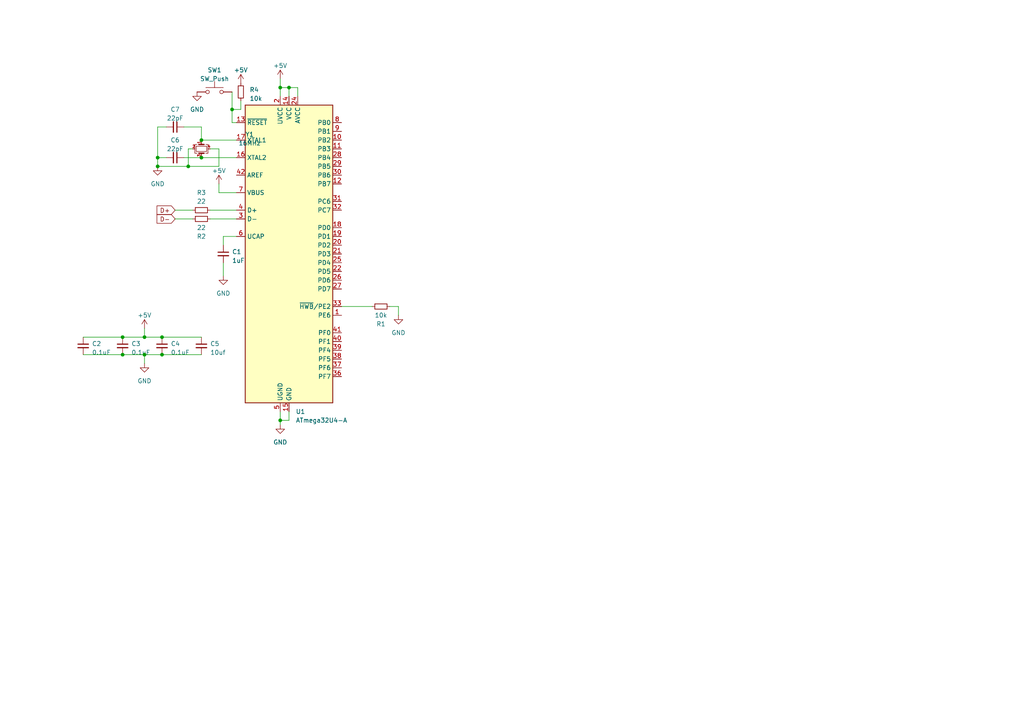
<source format=kicad_sch>
(kicad_sch (version 20230121) (generator eeschema)
  (paper "A4")
  (lib_symbols
    (symbol "Device:C_Small" (pin_numbers hide) (pin_names (offset 0.254) hide)
      (property "Reference" "C" (at 0.254 1.778 0))
      (property "Value" "C_Small" (at 0.254 -2.032 0))
      (symbol "C_Small_0_1"
        (polyline (pts (xy -1.524 -0.508) (xy 1.524 -0.508)) (stroke (width 0.3302)))
        (polyline (pts (xy -1.524 0.508) (xy 1.524 0.508)) (stroke (width 0.3048)))
      )
      (symbol "C_Small_1_1"
        (pin passive line (at 0 2.54 270) (length 2.032) (name "~") (number "1"))
        (pin passive line (at 0 -2.54 90) (length 2.032) (name "~") (number "2"))
      )
    )
    (symbol "Device:Crystal_GND24_Small" (pin_names (offset 1.016) hide)
      (property "Reference" "Y" (at 1.27 4.445 0))
      (property "Value" "Crystal_GND24_Small" (at 1.27 2.54 0))
      (symbol "Crystal_GND24_Small_0_1"
        (rectangle (start -0.762 -1.524) (end 0.762 1.524))
        (polyline (pts (xy -1.27 -0.762) (xy -1.27 0.762)) (stroke (width 0.381)))
        (polyline (pts (xy 1.27 -0.762) (xy 1.27 0.762)) (stroke (width 0.381)))
        (polyline (pts (xy -1.27 -1.27) (xy -1.27 -1.905) (xy 1.27 -1.905) (xy 1.27 -1.27)))
        (polyline (pts (xy -1.27 1.27) (xy -1.27 1.905) (xy 1.27 1.905) (xy 1.27 1.27)))
      )
      (symbol "Crystal_GND24_Small_1_1"
        (pin passive line (at -2.54 0 0) (length 1.27) (name "1") (number "1"))
        (pin passive line (at 0 -2.54 90) (length 0.635) (name "2") (number "2"))
        (pin passive line (at 2.54 0 180) (length 1.27) (name "3") (number "3"))
        (pin passive line (at 0 2.54 270) (length 0.635) (name "4") (number "4"))
      )
    )
    (symbol "Device:R_Small" (pin_numbers hide) (pin_names (offset 0.254) hide)
      (property "Reference" "R" (at 0.762 0.508 0))
      (property "Value" "R_Small" (at 0.762 -1.016 0))
      (symbol "R_Small_0_1"
        (rectangle (start -0.762 1.778) (end 0.762 -1.778) (stroke (width 0.2032)))
      )
      (symbol "R_Small_1_1"
        (pin passive line (at 0 2.54 270) (length 0.762) (name "~") (number "1"))
        (pin passive line (at 0 -2.54 90) (length 0.762) (name "~") (number "2"))
      )
    )
    (symbol "MCU_Microchip_ATmega:ATmega32U4-A"
      (property "Reference" "U" (at -12.7 44.45 0))
      (property "Value" "ATmega32U4-A" (at 2.54 -44.45 0))
      (symbol "ATmega32U4-A_0_1"
        (rectangle (start -12.7 -43.18) (end 12.7 43.18) (stroke (width 0.254)) (fill (type background)))
      )
      (symbol "ATmega32U4-A_1_1"
        (pin bidirectional line (at 15.24 -17.78 180) (length 2.54) (name "PE6") (number "1"))
        (pin bidirectional line (at 15.24 33.02 180) (length 2.54) (name "PB2") (number "10"))
        (pin bidirectional line (at 15.24 30.48 180) (length 2.54) (name "PB3") (number "11"))
        (pin bidirectional line (at 15.24 20.32 180) (length 2.54) (name "PB7") (number "12"))
        (pin input line (at -15.24 38.1 0) (length 2.54) (name "~{RESET}") (number "13"))
        (pin power_in line (at 0 45.72 270) (length 2.54) (name "VCC") (number "14"))
        (pin power_in line (at 0 -45.72 90) (length 2.54) (name "GND") (number "15"))
        (pin output line (at -15.24 27.94 0) (length 2.54) (name "XTAL2") (number "16"))
        (pin input line (at -15.24 33.02 0) (length 2.54) (name "XTAL1") (number "17"))
        (pin bidirectional line (at 15.24 7.62 180) (length 2.54) (name "PD0") (number "18"))
        (pin bidirectional line (at 15.24 5.08 180) (length 2.54) (name "PD1") (number "19"))
        (pin power_in line (at -2.54 45.72 270) (length 2.54) (name "UVCC") (number "2"))
        (pin bidirectional line (at 15.24 2.54 180) (length 2.54) (name "PD2") (number "20"))
        (pin bidirectional line (at 15.24 0 180) (length 2.54) (name "PD3") (number "21"))
        (pin bidirectional line (at 15.24 -5.08 180) (length 2.54) (name "PD5") (number "22"))
        (pin passive line (at 0 -45.72 90) (length 2.54) hide (name "GND") (number "23"))
        (pin power_in line (at 2.54 45.72 270) (length 2.54) (name "AVCC") (number "24"))
        (pin bidirectional line (at 15.24 -2.54 180) (length 2.54) (name "PD4") (number "25"))
        (pin bidirectional line (at 15.24 -7.62 180) (length 2.54) (name "PD6") (number "26"))
        (pin bidirectional line (at 15.24 -10.16 180) (length 2.54) (name "PD7") (number "27"))
        (pin bidirectional line (at 15.24 27.94 180) (length 2.54) (name "PB4") (number "28"))
        (pin bidirectional line (at 15.24 25.4 180) (length 2.54) (name "PB5") (number "29"))
        (pin bidirectional line (at -15.24 10.16 0) (length 2.54) (name "D-") (number "3"))
        (pin bidirectional line (at 15.24 22.86 180) (length 2.54) (name "PB6") (number "30"))
        (pin bidirectional line (at 15.24 15.24 180) (length 2.54) (name "PC6") (number "31"))
        (pin bidirectional line (at 15.24 12.7 180) (length 2.54) (name "PC7") (number "32"))
        (pin bidirectional line (at 15.24 -15.24 180) (length 2.54) (name "~{HWB}/PE2") (number "33"))
        (pin passive line (at 0 45.72 270) (length 2.54) hide (name "VCC") (number "34"))
        (pin passive line (at 0 -45.72 90) (length 2.54) hide (name "GND") (number "35"))
        (pin bidirectional line (at 15.24 -35.56 180) (length 2.54) (name "PF7") (number "36"))
        (pin bidirectional line (at 15.24 -33.02 180) (length 2.54) (name "PF6") (number "37"))
        (pin bidirectional line (at 15.24 -30.48 180) (length 2.54) (name "PF5") (number "38"))
        (pin bidirectional line (at 15.24 -27.94 180) (length 2.54) (name "PF4") (number "39"))
        (pin bidirectional line (at -15.24 12.7 0) (length 2.54) (name "D+") (number "4"))
        (pin bidirectional line (at 15.24 -25.4 180) (length 2.54) (name "PF1") (number "40"))
        (pin bidirectional line (at 15.24 -22.86 180) (length 2.54) (name "PF0") (number "41"))
        (pin passive line (at -15.24 22.86 0) (length 2.54) (name "AREF") (number "42"))
        (pin passive line (at 0 -45.72 90) (length 2.54) hide (name "GND") (number "43"))
        (pin passive line (at 2.54 45.72 270) (length 2.54) hide (name "AVCC") (number "44"))
        (pin passive line (at -2.54 -45.72 90) (length 2.54) (name "UGND") (number "5"))
        (pin passive line (at -15.24 5.08 0) (length 2.54) (name "UCAP") (number "6"))
        (pin input line (at -15.24 17.78 0) (length 2.54) (name "VBUS") (number "7"))
        (pin bidirectional line (at 15.24 38.1 180) (length 2.54) (name "PB0") (number "8"))
        (pin bidirectional line (at 15.24 35.56 180) (length 2.54) (name "PB1") (number "9"))
      )
    )
    (symbol "Switch:SW_Push" (pin_numbers hide) (pin_names (offset 1.016) hide)
      (property "Reference" "SW" (at 1.27 2.54 0))
      (property "Value" "SW_Push" (at 0 -1.524 0))
      (symbol "SW_Push_0_1"
        (circle (center -2.032 0) (radius 0.508))
        (polyline (pts (xy 0 1.27) (xy 0 3.048)))
        (polyline (pts (xy 2.54 1.27) (xy -2.54 1.27)))
        (circle (center 2.032 0) (radius 0.508))
        (pin passive line (at -5.08 0 0) (length 2.54) (name "1") (number "1"))
        (pin passive line (at 5.08 0 180) (length 2.54) (name "2") (number "2"))
      )
    )
    (symbol "power:+5V" (power) (pin_names (offset 0))
      (property "Value" "+5V" (at 0 3.556 0))
      (symbol "+5V_0_1"
        (polyline (pts (xy -0.762 1.27) (xy 0 2.54)))
        (polyline (pts (xy 0 0) (xy 0 2.54)))
        (polyline (pts (xy 0 2.54) (xy 0.762 1.27)))
      )
      (symbol "+5V_1_1"
        (pin power_in line (at 0 0 90) (length 0) hide (name "+5V") (number "1"))
      )
    )
    (symbol "power:GND" (power) (pin_names (offset 0))
      (property "Value" "GND" (at 0 -3.81 0))
      (symbol "GND_0_1"
        (polyline (pts (xy 0 0) (xy 0 -1.27) (xy 1.27 -1.27) (xy 0 -2.54) (xy -1.27 -1.27) (xy 0 -1.27)))
      )
      (symbol "GND_1_1"
        (pin power_in line (at 0 0 270) (length 0) hide (name "GND") (number "1"))
      )
    )
  )
  (junction (at 45.72 48.26))
  (junction (at 41.91 97.79))
  (junction (at 58.42 40.64))
  (junction (at 46.99 97.79))
  (junction (at 45.72 45.72))
  (junction (at 35.56 102.87))
  (junction (at 46.99 102.87))
  (junction (at 81.28 25.4))
  (junction (at 54.61 48.26))
  (junction (at 41.91 102.87))
  (junction (at 35.56 97.79))
  (junction (at 81.28 121.92))
  (junction (at 83.82 25.4))
  (junction (at 58.42 45.72))
  (junction (at 67.31 31.75))
  (wire (pts (xy 24.13 102.87) (xy 35.56 102.87)))
  (wire (pts (xy 54.61 48.26) (xy 45.72 48.26)))
  (wire (pts (xy 58.42 40.64) (xy 68.58 40.64)))
  (wire (pts (xy 63.5 53.34) (xy 63.5 55.88)))
  (wire (pts (xy 50.8 63.5) (xy 55.88 63.5)))
  (wire (pts (xy 60.96 43.18) (xy 63.5 43.18)))
  (wire (pts (xy 41.91 102.87) (xy 46.99 102.87)))
  (wire (pts (xy 81.28 22.86) (xy 81.28 25.4)))
  (wire (pts (xy 53.34 36.83) (xy 58.42 36.83)))
  (wire (pts (xy 64.77 71.12) (xy 64.77 68.58)))
  (wire (pts (xy 58.42 45.72) (xy 68.58 45.72)))
  (wire (pts (xy 54.61 48.26) (xy 63.5 48.26)))
  (wire (pts (xy 64.77 68.58) (xy 68.58 68.58)))
  (wire (pts (xy 35.56 102.87) (xy 41.91 102.87)))
  (wire (pts (xy 83.82 119.38) (xy 83.82 121.92)))
  (wire (pts (xy 45.72 45.72) (xy 48.26 45.72)))
  (wire (pts (xy 24.13 97.79) (xy 35.56 97.79)))
  (wire (pts (xy 48.26 36.83) (xy 45.72 36.83)))
  (wire (pts (xy 63.5 55.88) (xy 68.58 55.88)))
  (wire (pts (xy 83.82 25.4) (xy 83.82 27.94)))
  (wire (pts (xy 81.28 119.38) (xy 81.28 121.92)))
  (wire (pts (xy 83.82 25.4) (xy 86.36 25.4)))
  (wire (pts (xy 41.91 97.79) (xy 46.99 97.79)))
  (wire (pts (xy 46.99 97.79) (xy 58.42 97.79)))
  (wire (pts (xy 46.99 102.87) (xy 58.42 102.87)))
  (wire (pts (xy 63.5 43.18) (xy 63.5 48.26)))
  (wire (pts (xy 67.31 35.56) (xy 68.58 35.56)))
  (wire (pts (xy 81.28 121.92) (xy 83.82 121.92)))
  (wire (pts (xy 115.57 88.9) (xy 115.57 91.44)))
  (wire (pts (xy 99.06 88.9) (xy 107.95 88.9)))
  (wire (pts (xy 69.85 31.75) (xy 67.31 31.75)))
  (wire (pts (xy 67.31 31.75) (xy 67.31 35.56)))
  (wire (pts (xy 69.85 29.21) (xy 69.85 31.75)))
  (wire (pts (xy 55.88 60.96) (xy 50.8 60.96)))
  (wire (pts (xy 86.36 27.94) (xy 86.36 25.4)))
  (wire (pts (xy 55.88 43.18) (xy 54.61 43.18)))
  (wire (pts (xy 41.91 95.25) (xy 41.91 97.79)))
  (wire (pts (xy 81.28 25.4) (xy 83.82 25.4)))
  (wire (pts (xy 41.91 102.87) (xy 41.91 105.41)))
  (wire (pts (xy 45.72 48.26) (xy 45.72 45.72)))
  (wire (pts (xy 45.72 36.83) (xy 45.72 45.72)))
  (wire (pts (xy 113.03 88.9) (xy 115.57 88.9)))
  (wire (pts (xy 81.28 121.92) (xy 81.28 123.19)))
  (wire (pts (xy 81.28 25.4) (xy 81.28 27.94)))
  (wire (pts (xy 67.31 26.67) (xy 67.31 31.75)))
  (wire (pts (xy 60.96 60.96) (xy 68.58 60.96)))
  (wire (pts (xy 58.42 36.83) (xy 58.42 40.64)))
  (wire (pts (xy 64.77 76.2) (xy 64.77 80.01)))
  (wire (pts (xy 54.61 43.18) (xy 54.61 48.26)))
  (wire (pts (xy 60.96 63.5) (xy 68.58 63.5)))
  (wire (pts (xy 53.34 45.72) (xy 58.42 45.72)))
  (wire (pts (xy 35.56 97.79) (xy 41.91 97.79)))
  (global_label "D+" (shape input) (at 50.8 60.96 180) (property "Intersheetrefs" "${INTERSHEET_REFS}" (effects hide)))
  (global_label "D-" (shape input) (at 50.8 63.5 180) (property "Intersheetrefs" "${INTERSHEET_REFS}" (effects hide)))
  (symbol (lib_id "power:GND") (at 45.72 48.26 0) (unit 1)
    (property "Reference" "#PWR08" (effects hide))
    (property "Value" "GND" (at 45.72 53.34 0))
  )
  (symbol (lib_id "power:+5V") (at 69.85 24.13 0) (unit 1)
    (property "Reference" "#PWR010" (effects hide))
    (property "Value" "+5V" (at 69.85 20.32 0))
  )
  (symbol (lib_id "power:+5V") (at 63.5 53.34 0) (unit 1)
    (property "Reference" "#PWR07" (effects hide))
    (property "Value" "+5V" (at 63.5 49.53 0))
  )
  (symbol (lib_id "power:+5V") (at 81.28 22.86 0) (unit 1)
    (property "Reference" "#PWR01" (effects hide))
    (property "Value" "+5V" (at 81.28 19.05 0))
  )
  (symbol (lib_id "Device:R_Small") (at 58.42 63.5 90) (unit 1)
    (property "Reference" "R2" (at 58.42 68.58 90))
    (property "Value" "22" (at 58.42 66.04 90))
  )
  (symbol (lib_id "Device:R_Small") (at 69.85 26.67 0) (unit 1)
    (property "Reference" "R4" (at 72.39 26.035 0) (effects (justify left)))
    (property "Value" "10k" (at 72.39 28.575 0) (effects (justify left)))
  )
  (symbol (lib_id "Device:C_Small") (at 46.99 100.33 0) (unit 1)
    (property "Reference" "C4" (at 49.53 99.7013 0) (effects (justify left)))
    (property "Value" "0.1uF" (at 49.53 102.2413 0) (effects (justify left)))
  )
  (symbol (lib_id "Device:R_Small") (at 110.49 88.9 270) (unit 1)
    (property "Reference" "R1" (at 110.49 93.98 90))
    (property "Value" "10k" (at 110.49 91.44 90))
  )
  (symbol (lib_id "Device:C_Small") (at 35.56 100.33 0) (unit 1)
    (property "Reference" "C3" (at 38.1 99.7013 0) (effects (justify left)))
    (property "Value" "0.1uF" (at 38.1 102.2413 0) (effects (justify left)))
  )
  (symbol (lib_id "Switch:SW_Push") (at 62.23 26.67 0) (unit 1)
    (property "Reference" "SW1" (at 62.23 20.32 0))
    (property "Value" "SW_Push" (at 62.23 22.86 0))
  )
  (symbol (lib_id "Device:Crystal_GND24_Small") (at 58.42 43.18 270) (unit 1)
    (property "Reference" "Y1" (at 72.39 38.9889 90))
    (property "Value" "16MHz" (at 72.39 41.5289 90))
  )
  (symbol (lib_id "Device:C_Small") (at 24.13 100.33 0) (unit 1)
    (property "Reference" "C2" (at 26.67 99.7013 0) (effects (justify left)))
    (property "Value" "0.1uF" (at 26.67 102.2413 0) (effects (justify left)))
  )
  (symbol (lib_id "power:GND") (at 64.77 80.01 0) (unit 1)
    (property "Reference" "#PWR04" (effects hide))
    (property "Value" "GND" (at 64.77 85.09 0))
  )
  (symbol (lib_id "Device:C_Small") (at 58.42 100.33 0) (unit 1)
    (property "Reference" "C5" (at 60.96 99.7013 0) (effects (justify left)))
    (property "Value" "10uf" (at 60.96 102.2413 0) (effects (justify left)))
  )
  (symbol (lib_id "Device:C_Small") (at 64.77 73.66 0) (unit 1)
    (property "Reference" "C1" (at 67.31 73.0313 0) (effects (justify left)))
    (property "Value" "1uF" (at 67.31 75.5713 0) (effects (justify left)))
  )
  (symbol (lib_id "Device:C_Small") (at 50.8 36.83 270) (unit 1)
    (property "Reference" "C7" (at 50.7936 31.75 90))
    (property "Value" "22pF" (at 50.7936 34.29 90))
  )
  (symbol (lib_id "power:+5V") (at 41.91 95.25 0) (unit 1)
    (property "Reference" "#PWR05" (effects hide))
    (property "Value" "+5V" (at 41.91 91.44 0))
  )
  (symbol (lib_id "power:GND") (at 115.57 91.44 0) (unit 1)
    (property "Reference" "#PWR03" (effects hide))
    (property "Value" "GND" (at 115.57 96.52 0))
  )
  (symbol (lib_id "Device:R_Small") (at 58.42 60.96 90) (unit 1)
    (property "Reference" "R3" (at 58.42 55.88 90))
    (property "Value" "22" (at 58.42 58.42 90))
  )
  (symbol (lib_id "MCU_Microchip_ATmega:ATmega32U4-A") (at 83.82 73.66 0) (unit 1)
    (property "Reference" "U1" (at 85.7759 119.38 0) (effects (justify left)))
    (property "Value" "ATmega32U4-A" (at 85.7759 121.92 0) (effects (justify left)))
    (property "Footprint" "Package_QFP:TQFP-44_10x10mm_P0.8mm" (effects hide))
    (property "Datasheet" "http://ww1.microchip.com/downloads/en/DeviceDoc/Atmel-7766-8-bit-AVR-ATmega16U4-32U4_Datasheet.pdf" (effects hide))
  )
  (symbol (lib_id "power:GND") (at 41.91 105.41 0) (unit 1)
    (property "Reference" "#PWR06" (effects hide))
    (property "Value" "GND" (at 41.91 110.49 0))
  )
  (symbol (lib_id "power:GND") (at 57.15 26.67 0) (unit 1)
    (property "Reference" "#PWR09" (effects hide))
    (property "Value" "GND" (at 57.15 31.75 0))
  )
  (symbol (lib_id "Device:C_Small") (at 50.8 45.72 270) (unit 1)
    (property "Reference" "C6" (at 50.7936 40.64 90))
    (property "Value" "22pF" (at 50.7936 43.18 90))
  )
  (symbol (lib_id "power:GND") (at 81.28 123.19 0) (unit 1)
    (property "Reference" "#PWR02" (effects hide))
    (property "Value" "GND" (at 81.28 128.27 0))
  )
)
</source>
